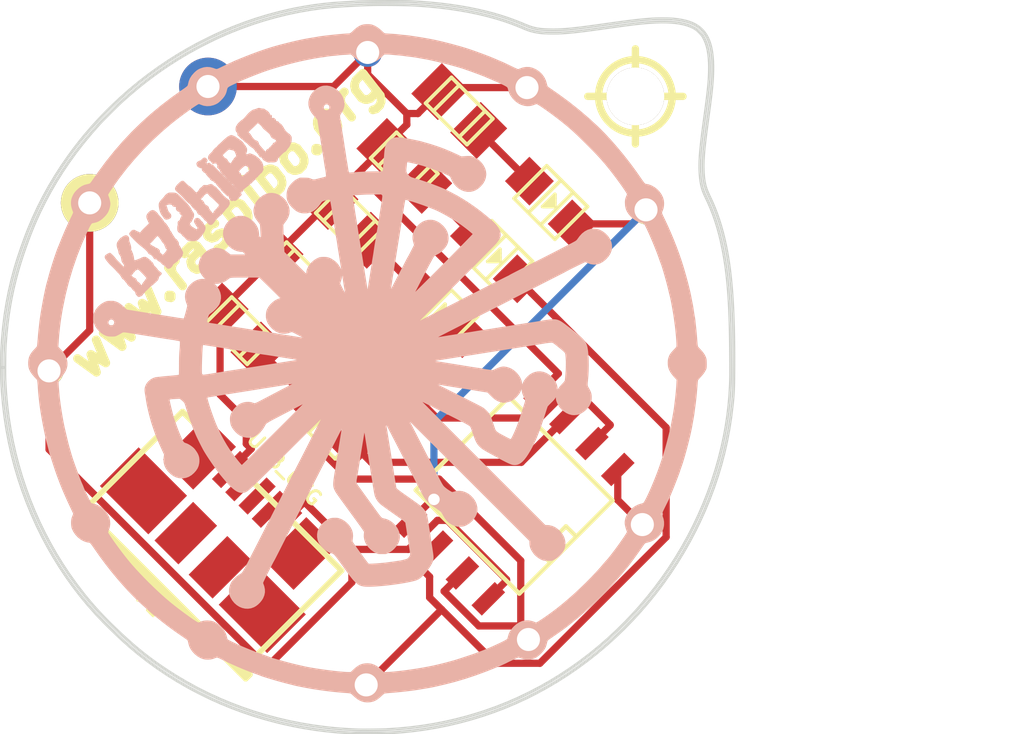
<source format=kicad_pcb>
(kicad_pcb (version 4) (host pcbnew 0.201509251832+6217~30~ubuntu14.04.1-product)
  (layers (0 F.Cu signal) (31 B.Cu signal) (34 B.Paste user) (35 F.Paste user) (36 B.SilkS user hide) (37 F.SilkS user) (38 B.Mask user) (39 F.Mask user) (44 Edge.Cuts user))
  (net 0 "")
  (net 1 GND)
  (net 2 "Net-(D4-Pad2)")
  (net 3 "Net-(D5-Pad2)")
  (net 4 VCC)
  (net 5 "Net-(D1-Pad1)")
  (net 6 "Net-(D2-Pad1)")
  (net 7 "Net-(D3-Pad1)")
  (net 8 "Net-(D4-Pad1)")
  (net 9 "Net-(D5-Pad1)")
  (net 10 /MOSI)
  (net 11 /MISO)
  (net 12 /SCK)
  (net 13 /RESET)
  (net 14 "Net-(P1-Pad2)")
  (net 15 "Net-(P1-Pad3)")
  (net 16 "Net-(P1-Pad4)")
  (module w_details:hole_1mm (layer F.Cu) (at 209.55 84.836)
    (fp_text reference P10 hide)
    (fp_text value CONN_01X01 hide)
    (pad 1 thru_hole circle (at 0 0) (size 1.00076 1.00076) (drill 0.8) (layers *.Cu F.SilkS) (net 13 /RESET))
  )
  (module w_details:hole_2mm (layer F.Cu) (at 209.3087 69.977)
    (fp_text reference hole_2mm hide)
    (fp_text value VAL** hide)
    (pad 1 thru_hole circle (at 0 0) (size 1.99898 1.99898) (drill 1.99898) (layers *.Cu F.SilkS))
  )
  (module w_details:hole_1mm (layer F.Cu) (at 199.974 90.3986)
    (fp_text reference P6 hide)
    (fp_text value CONN_01X01 hide)
    (pad 1 thru_hole circle (at 0 0) (size 1.00076 1.00076) (drill 0.8) (layers *.Cu F.SilkS) (net 11 /MISO))
  )
  (module w_details:hole_1mm (layer F.Cu) (at 205.6 88.8238)
    (fp_text reference P4 hide)
    (fp_text value CONN_01X01 hide)
    (pad 1 thru_hole circle (at 0 0) (size 1.00076 1.00076) (drill 0.8) (layers *.Cu F.SilkS) (net 12 /SCK))
  )
  (module w_details:hole_1mm (layer F.Cu) (at 211.061 79.2353)
    (fp_text reference P2 hide)
    (fp_text value CONN_01X01 hide)
  )
  (module w_details:hole_1mm (layer F.Cu) (at 209.677 73.914)
    (fp_text reference P5 hide)
    (fp_text value CONN_01X01 hide)
    (pad 1 thru_hole circle (at 0 0) (size 1.00076 1.00076) (drill 0.8) (layers *.Cu F.SilkS) (net 10 /MOSI))
  )
  (module w_details:hole_1mm (layer F.Cu) (at 205.5495 69.6722)
    (fp_text reference P3 hide)
    (fp_text value CONN_01X01 hide)
    (pad 1 thru_hole circle (at 0 0) (size 1.00076 1.00076) (drill 0.8) (layers *.Cu F.SilkS) (net 1 GND))
  )
  (module w_details:hole_1mm (layer F.Cu) (at 200.025 68.453)
    (fp_text reference P3 hide)
    (fp_text value CONN_01X01 hide)
    (pad 1 thru_hole circle (at 0 0) (size 1.00076 1.00076) (drill 0.8) (layers *.Cu) (net 1 GND))
  )
  (module w_details:hole_1mm (layer F.Cu) (at 194.4878 69.6341)
    (fp_text reference P3 hide)
    (fp_text value CONN_01X01 hide)
    (pad 1 thru_hole circle (at 0 0) (size 2 2) (drill 0.8) (layers *.Cu) (net 1 GND))
  )
  (module w_details:hole_1mm (layer F.Cu) (at 190.3857 73.6727)
    (fp_text reference P7 hide)
    (fp_text value CONN_01X01 hide)
    (pad 1 thru_hole circle (at 0 0) (size 2 2) (drill 0.8) (layers *.Cu F.SilkS) (net 4 VCC))
  )
  (module w_details:hole_1mm (layer F.Cu) (at 188.976 79.502)
    (fp_text reference P7 hide)
    (fp_text value CONN_01X01 hide)
    (pad 1 thru_hole circle (at 0 0) (size 1.00076 1.00076) (drill 0.8) (layers *.Cu F.SilkS) (net 4 VCC))
  )
  (module raspibo_logo:raspibo_logo (layer B.Cu) (at 200.025 79.375)
    (fp_text reference P9 hide)
    (fp_text value CONN_01X01 hide)
  )
  (module raspibo_logo:contorno (layer F.Cu) (at 200.025 79.375)
    (fp_text reference P8 hide)
    (fp_text value CONN_01X01 hide)
    (fp_poly (pts (xy 12.698962 -0.35167) (xy 12.698524 -0.019871) (xy 12.698025 0.083457) (xy 12.697202 0.21339) (xy 12.696229 0.330322) (xy 12.695039 0.435767) (xy 12.693568 0.531237) (xy 12.69175 0.618246) (xy 12.68952 0.698308) (xy 12.686813 0.772934) (xy 12.683563 0.84364) (xy 12.679706 0.911937) (xy 12.675176 0.97934) (xy 12.669907 1.047361) (xy 12.663836 1.117514) (xy 12.656895 1.191311) (xy 12.649022 1.270267) (xy 12.645322 1.306286) (xy 12.594491 1.727859) (xy 12.586537 1.779094) (xy 12.586537 0.070381) (xy 12.586346 -0.031066) (xy 12.585935 -0.139104) (xy 12.585313 -0.252411) (xy 12.584492 -0.369668) (xy 12.583482 -0.489553) (xy 12.582293 -0.610748) (xy 12.580935 -0.731932) (xy 12.57942 -0.851784) (xy 12.577756 -0.968984) (xy 12.575956 -1.082212) (xy 12.574028 -1.190148) (xy 12.571984 -1.291472) (xy 12.569834 -1.384862) (xy 12.569347 -1.404257) (xy 12.560667 -1.693809) (xy 12.54972 -1.969963) (xy 12.536415 -2.233672) (xy 12.520663 -2.485886) (xy 12.502373 -2.72756) (xy 12.481456 -2.959643) (xy 12.457821 -3.183089) (xy 12.431377 -3.39885) (xy 12.402036 -3.607877) (xy 12.369707 -3.811124) (xy 12.334299 -4.009541) (xy 12.311737 -4.125685) (xy 12.257569 -4.379455) (xy 12.198909 -4.621232) (xy 12.135092 -4.853026) (xy 12.065454 -5.076844) (xy 11.98933 -5.294696) (xy 11.906056 -5.508588) (xy 11.814967 -5.72053) (xy 11.715399 -5.932531) (xy 11.711048 -5.941413) (xy 11.66746 -6.036979) (xy 11.630436 -6.133374) (xy 11.599491 -6.23269) (xy 11.574139 -6.337016) (xy 11.553897 -6.448442) (xy 11.538279 -6.569061) (xy 11.526801 -6.70096) (xy 11.523733 -6.749143) (xy 11.519913 -6.829169) (xy 11.517753 -6.911353) (xy 11.517325 -6.99657) (xy 11.518698 -7.085694) (xy 11.521944 -7.179596) (xy 11.527132 -7.279153) (xy 11.534335 -7.385236) (xy 11.543622 -7.498721) (xy 11.555064 -7.620479) (xy 11.568732 -7.751386) (xy 11.584697 -7.892315) (xy 11.60303 -8.04414) (xy 11.6238 -8.207734) (xy 11.64708 -8.383971) (xy 11.669281 -8.547187) (xy 11.692554 -8.717111) (xy 11.713744 -8.873631) (xy 11.732953 -9.017692) (xy 11.750285 -9.150238) (xy 11.765841 -9.272215) (xy 11.779724 -9.384567) (xy 11.792036 -9.488239) (xy 11.802881 -9.584175) (xy 11.81236 -9.673321) (xy 11.820575 -9.756622) (xy 11.82763 -9.835021) (xy 11.833627 -9.909465) (xy 11.838668 -9.980897) (xy 11.842855 -10.050263) (xy 11.846292 -10.118507) (xy 11.84908 -10.186575) (xy 11.85004 -10.214038) (xy 11.853166 -10.398372) (xy 11.84978 -10.570157) (xy 11.839797 -10.729858) (xy 11.823129 -10.877939) (xy 11.799692 -11.014865) (xy 11.769399 -11.141102) (xy 11.732164 -11.257115) (xy 11.687902 -11.363368) (xy 11.636526 -11.460325) (xy 11.612682 -11.498578) (xy 11.587916 -11.532159) (xy 11.55466 -11.571147) (xy 11.515922 -11.61253) (xy 11.47471 -11.653296) (xy 11.434035 -11.690433) (xy 11.396903 -11.720928) (xy 11.375265 -11.7363) (xy 11.283158 -11.789551) (xy 11.181399 -11.836105) (xy 11.069655 -11.876005) (xy 10.94759 -11.909296) (xy 10.814871 -11.936022) (xy 10.671163 -11.956226) (xy 10.516132 -11.969954) (xy 10.349443 -11.977248) (xy 10.170761 -11.978153) (xy 9.979753 -11.972713) (xy 9.776083 -11.960973) (xy 9.707903 -11.95587) (xy 9.643405 -11.950599) (xy 9.578377 -11.944879) (xy 9.51184 -11.938589) (xy 9.44282 -11.931607) (xy 9.370337 -11.923813) (xy 9.293416 -11.915086) (xy 9.211081 -11.905305) (xy 9.122352 -11.894349) (xy 9.026255 -11.882097) (xy 8.921812 -11.868429) (xy 8.808047 -11.853222) (xy 8.683981 -11.836357) (xy 8.548639 -11.817712) (xy 8.401044 -11.797166) (xy 8.240219 -11.774599) (xy 8.215086 -11.771059) (xy 8.053725 -11.748433) (xy 7.905624 -11.727914) (xy 7.769701 -11.709379) (xy 7.644874 -11.692704) (xy 7.530062 -11.677764) (xy 7.424183 -11.664435) (xy 7.326154 -11.652594) (xy 7.234895 -11.642117) (xy 7.149323 -11.632878) (xy 7.068358 -11.624755) (xy 6.990915 -11.617624) (xy 6.915915 -11.611359) (xy 6.842276 -11.605838) (xy 6.768915 -11.600936) (xy 6.69475 -11.596529) (xy 6.691265 -11.596334) (xy 6.628435 -11.593611) (xy 6.557272 -11.591861) (xy 6.480372 -11.591043) (xy 6.400329 -11.591118) (xy 6.319741 -11.592044) (xy 6.241204 -11.59378) (xy 6.167312 -11.596286) (xy 6.100663 -11.599522) (xy 6.043853 -11.603447) (xy 6.007388 -11.607037) (xy 5.87396 -11.625932) (xy 5.752068 -11.649939) (xy 5.639466 -11.679604) (xy 5.533913 -11.715476) (xy 5.487407 -11.734086) (xy 5.450085 -11.749756) (xy 5.404222 -11.769027) (xy 5.354655 -11.789866) (xy 5.30622 -11.81024) (xy 5.286829 -11.8184) (xy 5.023354 -11.923034) (xy 4.747651 -12.020335) (xy 4.46006 -12.110229) (xy 4.160922 -12.192642) (xy 3.850578 -12.2675) (xy 3.529368 -12.33473) (xy 3.197633 -12.394256) (xy 2.855713 -12.446007) (xy 2.50395 -12.489906) (xy 2.142683 -12.525881) (xy 1.959429 -12.540811) (xy 1.863669 -12.547856) (xy 1.77383 -12.554017) (xy 1.688014 -12.559363) (xy 1.604322 -12.56396) (xy 1.520856 -12.567878) (xy 1.435719 -12.571185) (xy 1.347012 -12.573947) (xy 1.252837 -12.576234) (xy 1.151296 -12.578113) (xy 1.040491 -12.579652) (xy 0.918524 -12.580919) (xy 0.816429 -12.581748) (xy 0.679568 -12.582598) (xy 0.555003 -12.583008) (xy 0.440521 -12.582931) (xy 0.333909 -12.582321) (xy 0.232955 -12.58113) (xy 0.135445 -12.579313) (xy 0.039166 -12.576822) (xy -0.058094 -12.573612) (xy -0.158549 -12.569634) (xy -0.264411 -12.564843) (xy -0.377893 -12.559192) (xy -0.460828 -12.554819) (xy -0.525297 -12.551366) (xy -0.588901 -12.547976) (xy -0.649261 -12.544775) (xy -0.703995 -12.541889) (xy -0.750721 -12.539443) (xy -0.78706 -12.537562) (xy -0.805542 -12.536625) (xy -1.199834 -12.509799) (xy -1.595214 -12.468679) (xy -1.991141 -12.413391) (xy -2.387075 -12.344064) (xy -2.782475 -12.260825) (xy -3.176802 -12.163803) (xy -3.569515 -12.053125) (xy -3.960073 -11.928919) (xy -4.347936 -11.791312) (xy -4.732564 -11.640433) (xy -4.909457 -11.566092) (xy -5.112277 -11.476396) (xy -5.322305 -11.37851) (xy -5.536147 -11.274163) (xy -5.750415 -11.165083) (xy -5.961717 -11.052998) (xy -6.166663 -10.939638) (xy -6.361862 -10.82673) (xy -6.374151 -10.819436) (xy -6.657217 -10.646688) (xy -6.931133 -10.470247) (xy -7.197805 -10.288699) (xy -7.459139 -10.100627) (xy -7.717043 -9.904615) (xy -7.973422 -9.699249) (xy -8.230182 -9.483111) (xy -8.489232 -9.254787) (xy -8.527127 -9.220557) (xy -8.564317 -9.186203) (xy -8.610121 -9.142816) (xy -8.663099 -9.091834) (xy -8.721814 -9.034693) (xy -8.784828 -8.972832) (xy -8.850701 -8.907687) (xy -8.917995 -8.840697) (xy -8.985273 -8.773298) (xy -9.051096 -8.706928) (xy -9.114025 -8.643024) (xy -9.172623 -8.583025) (xy -9.225451 -8.528366) (xy -9.27107 -8.480487) (xy -9.308042 -8.440824) (xy -9.315367 -8.4328) (xy -9.596288 -8.114013) (xy -9.863391 -7.791443) (xy -10.116993 -7.464608) (xy -10.357411 -7.133025) (xy -10.58496 -6.796213) (xy -10.799957 -6.453689) (xy -11.002719 -6.104971) (xy -11.193562 -5.749577) (xy -11.372802 -5.387025) (xy -11.508327 -5.090885) (xy -11.57822 -4.928315) (xy -11.649553 -4.754088) (xy -11.721373 -4.570861) (xy -11.792727 -4.381291) (xy -11.862662 -4.188038) (xy -11.930226 -3.99376) (xy -11.994465 -3.801113) (xy -12.054425 -3.612756) (xy -12.109155 -3.431347) (xy -12.13282 -3.349171) (xy -12.215259 -3.043081) (xy -12.288908 -2.737467) (xy -12.354087 -2.430437) (xy -12.411113 -2.120097) (xy -12.460306 -1.804555) (xy -12.501983 -1.481916) (xy -12.536464 -1.15029) (xy -12.564068 -0.807782) (xy -12.56646 -0.772885) (xy -12.56955 -0.718194) (xy -12.57236 -0.650925) (xy -12.574874 -0.573008) (xy -12.577074 -0.486379) (xy -12.578944 -0.392969) (xy -12.580467 -0.294711) (xy -12.581625 -0.193538) (xy -12.582403 -0.091384) (xy -12.582782 0.00982) (xy -12.582747 0.108141) (xy -12.582279 0.201644) (xy -12.581362 0.288399) (xy -12.57998 0.366471) (xy -12.578115 0.433928) (xy -12.577242 0.4572) (xy -12.552607 0.886706) (xy -12.514069 1.313806) (xy -12.461758 1.738149) (xy -12.395804 2.15938) (xy -12.316337 2.577147) (xy -12.223489 2.991096) (xy -12.117388 3.400875) (xy -11.998166 3.806129) (xy -11.865952 4.206506) (xy -11.720877 4.601653) (xy -11.563071 4.991216) (xy -11.392665 5.374841) (xy -11.209788 5.752177) (xy -11.014572 6.122869) (xy -10.807145 6.486565) (xy -10.587639 6.842911) (xy -10.356183 7.191553) (xy -10.112908 7.53214) (xy -9.857945 7.864317) (xy -9.835128 7.892914) (xy -9.724169 8.029744) (xy -9.614625 8.160998) (xy -9.504941 8.288355) (xy -9.393561 8.413497) (xy -9.278927 8.538102) (xy -9.159484 8.663851) (xy -9.033676 8.792423) (xy -8.899945 8.925498) (xy -8.756737 9.064757) (xy -8.69188 9.126934) (xy -8.518141 9.290899) (xy -8.351116 9.444391) (xy -8.189121 9.58877) (xy -8.030466 9.725398) (xy -7.873467 9.855637) (xy -7.716437 9.980848) (xy -7.557688 10.102393) (xy -7.395535 10.221633) (xy -7.22829 10.33993) (xy -7.054267 10.458645) (xy -6.985 10.50482) (xy -6.631804 10.730148) (xy -6.271017 10.943193) (xy -5.90295 11.143845) (xy -5.527918 11.331994) (xy -5.146231 11.50753) (xy -4.758204 11.670342) (xy -4.364148 11.82032) (xy -3.964377 11.957356) (xy -3.559202 12.081337) (xy -3.148938 12.192155) (xy -2.733897 12.289699) (xy -2.314391 12.37386) (xy -1.890733 12.444526) (xy -1.463235 12.501589) (xy -1.2446 12.52534) (xy -1.136423 12.535519) (xy -1.01834 12.54543) (xy -0.893826 12.554847) (xy -0.766361 12.563546) (xy -0.63942 12.571302) (xy -0.51648 12.577889) (xy -0.40102 12.583083) (xy -0.297542 12.58663) (xy -0.256699 12.587404) (xy -0.203504 12.587863) (xy -0.140036 12.588027) (xy -0.068375 12.587919) (xy 0.009398 12.58756) (xy 0.091205 12.586973) (xy 0.174966 12.586179) (xy 0.258601 12.5852) (xy 0.34003 12.584058) (xy 0.417174 12.582775) (xy 0.487953 12.581372) (xy 0.550287 12.579872) (xy 0.602097 12.578296) (xy 0.638629 12.5768) (xy 1.059147 12.549797) (xy 1.472537 12.510528) (xy 1.879685 12.458828) (xy 2.281478 12.394532) (xy 2.678804 12.317473) (xy 3.072551 12.227487) (xy 3.463605 12.124408) (xy 3.852853 12.008069) (xy 4.074886 11.935549) (xy 4.461879 11.797612) (xy 4.844054 11.646082) (xy 5.221117 11.481158) (xy 5.592776 11.303037) (xy 5.958737 11.111919) (xy 6.318705 10.908001) (xy 6.672388 10.691482) (xy 7.019491 10.462559) (xy 7.359721 10.221433) (xy 7.692785 9.9683) (xy 8.018388 9.703359) (xy 8.336237 9.426809) (xy 8.646038 9.138847) (xy 8.947498 8.839672) (xy 9.240323 8.529484) (xy 9.427408 8.320315) (xy 9.70216 7.995826) (xy 9.965886 7.662749) (xy 10.218359 7.321544) (xy 10.459352 6.972666) (xy 10.688638 6.616573) (xy 10.90599 6.253723) (xy 11.111182 5.884574) (xy 11.303987 5.509582) (xy 11.484178 5.129205) (xy 11.651528 4.7439) (xy 11.80581 4.354126) (xy 11.946798 3.960339) (xy 12.074264 3.562996) (xy 12.187982 3.162556) (xy 12.287726 2.759476) (xy 12.365353 2.394857) (xy 12.429906 2.039311) (xy 12.483029 1.686788) (xy 12.525058 1.334262) (xy 12.556329 0.978706) (xy 12.577181 0.617095) (xy 12.583819 0.432559) (xy 12.584887 0.383866) (xy 12.585682 0.321981) (xy 12.586215 0.248225) (xy 12.586497 0.163918) (xy 12.586537 0.070381) (xy 12.586537 1.779094) (xy 12.529579 2.145991) (xy 12.450576 2.560711) (xy 12.357474 2.972051) (xy 12.250262 3.38004) (xy 12.128932 3.78471) (xy 11.993476 4.186091) (xy 11.843883 4.584212) (xy 11.680146 4.979106) (xy 11.502255 5.370801) (xy 11.360511 5.660572) (xy 11.161928 6.038905) (xy 10.951619 6.409731) (xy 10.729895 6.772763) (xy 10.497062 7.127716) (xy 10.253428 7.474303) (xy 9.999303 7.812236) (xy 9.734993 8.141231) (xy 9.460807 8.461) (xy 9.177053 8.771256) (xy 8.88404 9.071714) (xy 8.582074 9.362087) (xy 8.271464 9.642088) (xy 7.952519 9.91143) (xy 7.625546 10.169829) (xy 7.290854 10.416996) (xy 6.94875 10.652645) (xy 6.599542 10.876491) (xy 6.24354 11.088246) (xy 5.88105 11.287624) (xy 5.51238 11.474338) (xy 5.13784 11.648103) (xy 4.757736 11.808631) (xy 4.742543 11.814723) (xy 4.357361 11.961211) (xy 3.965482 12.095155) (xy 3.567903 12.216315) (xy 3.16562 12.324456) (xy 2.75963 12.41934) (xy 2.35093 12.500728) (xy 1.940515 12.568384) (xy 1.529384 12.622071) (xy 1.226458 12.652561) (xy 1.142731 12.659869) (xy 1.067591 12.666271) (xy 0.999403 12.671832) (xy 0.936532 12.676617) (xy 0.877344 12.68069) (xy 0.820204 12.684116) (xy 0.763478 12.686958) (xy 0.70553 12.689282) (xy 0.644727 12.691152) (xy 0.579433 12.692633) (xy 0.508015 12.693788) (xy 0.428838 12.694683) (xy 0.340266 12.695382) (xy 0.240666 12.69595) (xy 0.128403 12.69645) (xy 0.112486 12.696515) (xy -0.01202 12.696924) (xy -0.12307 12.69708) (xy -0.221719 12.696972) (xy -0.309022 12.69659) (xy -0.386036 12.695923) (xy -0.453815 12.69496) (xy -0.513415 12.693691) (xy -0.565892 12.692104) (xy -0.612302 12.690188) (xy -0.638628 12.688823) (xy -1.040613 12.660752) (xy -1.434419 12.622115) (xy -1.822143 12.572597) (xy -2.20588 12.511884) (xy -2.587728 12.439661) (xy -2.969781 12.355614) (xy -3.1496 12.312041) (xy -3.55786 12.203123) (xy -3.960956 12.081326) (xy -4.358505 11.946853) (xy -4.750121 11.799906) (xy -5.135422 11.640689) (xy -5.514025 11.469405) (xy -5.885544 11.286258) (xy -6.249596 11.091449) (xy -6.605798 10.885183) (xy -6.953766 10.667663) (xy -7.293117 10.439091) (xy -7.623465 10.199671) (xy -7.944429 9.949606) (xy -8.255623 9.689098) (xy -8.476342 9.492509) (xy -8.528109 9.444722) (xy -8.588038 9.388623) (xy -8.654171 9.326102) (xy -8.724546 9.259048) (xy -8.797206 9.189351) (xy -8.870188 9.1189) (xy -8.941535 9.049586) (xy -9.009285 8.983297) (xy -9.071479 8.921923) (xy -9.126157 8.867354) (xy -9.154885 8.838314) (xy -9.431333 8.546899) (xy -9.698682 8.244403) (xy -9.956617 7.931299) (xy -10.204824 7.608062) (xy -10.442986 7.275167) (xy -10.670789 6.933086) (xy -10.887918 6.582293) (xy -11.094056 6.223264) (xy -11.28889 5.856471) (xy -11.472104 5.482388) (xy -11.643383 5.10149) (xy -11.649493 5.087257) (xy -11.813881 4.685361) (xy -11.96453 4.278854) (xy -12.101394 3.867949) (xy -12.224423 3.452858) (xy -12.333571 3.033792) (xy -12.428789 2.610963) (xy -12.510028 2.184583) (xy -12.577242 1.754865) (xy -12.630381 1.322019) (xy -12.669398 0.886259) (xy -12.692635 0.486331) (xy -12.694617 0.429931) (xy -12.696274 0.361492) (xy -12.697604 0.283209) (xy -12.698608 0.197278) (xy -12.699286 0.105894) (xy -12.699637 0.011254) (xy -12.699661 -0.084447) (xy -12.699358 -0.179014) (xy -12.698727 -0.27025) (xy -12.697769 -0.35596) (xy -12.696484 -0.433948) (xy -12.69487 -0.502019) (xy -12.692928 -0.557976) (xy -12.692734 -0.562428) (xy -12.666976 -0.987649) (xy -12.627918 -1.407651) (xy -12.575582 -1.822286) (xy -12.509994 -2.231409) (xy -12.431178 -2.634873) (xy -12.339157 -3.032532) (xy -12.233958 -3.42424) (xy -12.191379 -3.568692) (xy -12.153097 -3.692319) (xy -12.109929 -3.82616) (xy -12.062937 -3.967191) (xy -12.013185 -4.112386) (xy -11.961735 -4.258721) (xy -11.90965 -4.403171) (xy -11.857991 -4.542711) (xy -11.807823 -4.674315) (xy -11.763284 -4.787311) (xy -11.60257 -5.16819) (xy -11.428791 -5.543057) (xy -11.241869 -5.912052) (xy -11.041722 -6.275317) (xy -10.828271 -6.632993) (xy -10.601435 -6.985222) (xy -10.361135 -7.332145) (xy -10.180289 -7.577991) (xy -9.976283 -7.841341) (xy -9.766303 -8.097867) (xy -9.548626 -8.349519) (xy -9.321526 -8.598245) (xy -9.083279 -8.845997) (xy -8.878529 -9.049657) (xy -8.571428 -9.339547) (xy -8.254998 -9.61905) (xy -7.929696 -9.887924) (xy -7.595981 -10.145924) (xy -7.254311 -10.392806) (xy -6.905144 -10.628325) (xy -6.54894 -10.852238) (xy -6.186157 -11.0643) (xy -5.817253 -11.264268) (xy -5.442687 -11.451897) (xy -5.062917 -11.626943) (xy -4.678401 -11.789162) (xy -4.289598 -11.938311) (xy -3.896967 -12.074144) (xy -3.500966 -12.196417) (xy -3.102053 -12.304887) (xy -2.700687 -12.39931) (xy -2.5146 -12.438113) (xy -2.182175 -12.499937) (xy -1.852254 -12.551718) (xy -1.521486 -12.59387) (xy -1.186522 -12.626803) (xy -0.84401 -12.650929) (xy -0.7366 -12.656644) (xy -0.678447 -12.659648) (xy -0.611144 -12.663347) (xy -0.540023 -12.667436) (xy -0.470413 -12.671606) (xy -0.407645 -12.675551) (xy -0.402771 -12.675868) (xy -0.363301 -12.67793) (xy -0.31063 -12.679882) (xy -0.246069 -12.681719) (xy -0.170931 -12.683432) (xy -0.086529 -12.685015) (xy 0.005826 -12.686461) (xy 0.10482 -12.687762) (xy 0.209142 -12.688913) (xy 0.317479 -12.689905) (xy 0.428519 -12.690733) (xy 0.54095 -12.691388) (xy 0.653458 -12.691864) (xy 0.764733 -12.692154) (xy 0.873461 -12.692251) (xy 0.978331 -12.692147) (xy 1.078029 -12.691837) (xy 1.171244 -12.691313) (xy 1.256663 -12.690567) (xy 1.332974 -12.689594) (xy 1.398864 -12.688385) (xy 1.453021 -12.686935) (xy 1.480458 -12.685897) (xy 1.840326 -12.665951) (xy 2.196557 -12.637994) (xy 2.547276 -12.602233) (xy 2.890608 -12.558881) (xy 3.224678 -12.508146) (xy 3.497943 -12.459755) (xy 3.784219 -12.402046) (xy 4.058678 -12.339375) (xy 4.323351 -12.271139) (xy 4.580268 -12.196731) (xy 4.831457 -12.115547) (xy 5.078949 -12.026981) (xy 5.324773 -11.930427) (xy 5.452986 -11.876704) (xy 5.54195 -11.840049) (xy 5.625312 -11.808974) (xy 5.705393 -11.783026) (xy 5.784512 -11.761757) (xy 5.864988 -11.744714) (xy 5.949143 -11.731449) (xy 6.039295 -11.721509) (xy 6.137765 -11.714445) (xy 6.246872 -11.709805) (xy 6.32194 -11.707928) (xy 6.398127 -11.706888) (xy 6.473814 -11.706832) (xy 6.549927 -11.707847) (xy 6.627394 -11.710023) (xy 6.707142 -11.713446) (xy 6.790098 -11.718203) (xy 6.87719 -11.724384) (xy 6.969346 -11.732074) (xy 7.067492 -11.741363) (xy 7.172556 -11.752337) (xy 7.285465 -11.765084) (xy 7.407147 -11.779692) (xy 7.538528 -11.796249) (xy 7.680537 -11.814842) (xy 7.834101 -11.835559) (xy 8.000147 -11.858488) (xy 8.17564 -11.883155) (xy 8.339211 -11.906241) (xy 8.489498 -11.927289) (xy 8.627573 -11.946426) (xy 8.754504 -11.963779) (xy 8.871361 -11.979475) (xy 8.979213 -11.993641) (xy 9.07913 -12.006405) (xy 9.172181 -12.017892) (xy 9.259435 -12.028232) (xy 9.341963 -12.037549) (xy 9.420832 -12.045973) (xy 9.497114 -12.053629) (xy 9.571877 -12.060646) (xy 9.64619 -12.067149) (xy 9.721123 -12.073266) (xy 9.797746 -12.079125) (xy 9.866086 -12.084073) (xy 9.924493 -12.087385) (xy 9.992789 -12.089883) (xy 10.068407 -12.091579) (xy 10.14878 -12.092489) (xy 10.231342 -12.092625) (xy 10.313527 -12.092) (xy 10.392767 -12.090629) (xy 10.466496 -12.088525) (xy 10.532149 -12.085702) (xy 10.587158 -12.082173) (xy 10.609943 -12.08014) (xy 10.761604 -12.061864) (xy 10.900361 -12.038753) (xy 11.027113 -12.010461) (xy 11.142759 -11.976642) (xy 11.248198 -11.93695) (xy 11.34433 -11.891038) (xy 11.432052 -11.838561) (xy 11.512265 -11.77917) (xy 11.585867 -11.712521) (xy 11.599112 -11.699076) (xy 11.668759 -11.618943) (xy 11.730876 -11.530032) (xy 11.785565 -11.431934) (xy 11.832925 -11.324241) (xy 11.873058 -11.206545) (xy 11.906065 -11.078438) (xy 11.932045 -10.93951) (xy 11.951101 -10.789354) (xy 11.963332 -10.627561) (xy 11.96884 -10.453723) (xy 11.967724 -10.26743) (xy 11.966169 -10.2108) (xy 11.963739 -10.143362) (xy 11.960731 -10.076262) (xy 11.957044 -10.008572) (xy 11.952578 -9.939366) (xy 11.947232 -9.867715) (xy 11.940906 -9.792692) (xy 11.9335 -9.71337) (xy 11.924913 -9.628819) (xy 11.915045 -9.538114) (xy 11.903795 -9.440326) (xy 11.891063 -9.334527) (xy 11.876748 -9.219791) (xy 11.860751 -9.095189) (xy 11.842971 -8.959794) (xy 11.823307 -8.812678) (xy 11.801659 -8.652913) (xy 11.781969 -8.509) (xy 11.757207 -8.326395) (xy 11.734939 -8.157167) (xy 11.715093 -8.000408) (xy 11.697596 -7.85521) (xy 11.682375 -7.720665) (xy 11.669357 -7.595863) (xy 11.658471 -7.479897) (xy 11.649642 -7.371859) (xy 11.642799 -7.27084) (xy 11.637868 -7.175932) (xy 11.634778 -7.086227) (xy 11.633454 -7.000817) (xy 11.633825 -6.918792) (xy 11.635818 -6.839246) (xy 11.63936 -6.761269) (xy 11.64048 -6.741885) (xy 11.649053 -6.625384) (xy 11.660422 -6.520346) (xy 11.675322 -6.423866) (xy 11.694492 -6.33304) (xy 11.718667 -6.244964) (xy 11.748584 -6.156732) (xy 11.78498 -6.065441) (xy 11.828591 -5.968185) (xy 11.845945 -5.931681) (xy 11.939928 -5.728589) (xy 12.026063 -5.525563) (xy 12.105109 -5.320367) (xy 12.177827 -5.110765) (xy 12.244975 -4.894521) (xy 12.307314 -4.6694) (xy 12.365604 -4.433166) (xy 12.386906 -4.339771) (xy 12.423696 -4.167009) (xy 12.457992 -3.989228) (xy 12.489831 -3.805887) (xy 12.519251 -3.616442) (xy 12.546291 -3.420353) (xy 12.570988 -3.217076) (xy 12.593381 -3.006071) (xy 12.613508 -2.786794) (xy 12.631406 -2.558705) (xy 12.647115 -2.32126) (xy 12.660672 -2.073918) (xy 12.672115 -1.816137) (xy 12.681483 -1.547374) (xy 12.688814 -1.267088) (xy 12.694145 -0.974737) (xy 12.697515 -0.669778) (xy 12.698962 -0.35167) (xy 12.698962 -0.35167)) (layer Edge.Cuts) (width 0.1))
  )
  (module w_smd_leds:Led_0805 (layer F.Cu) (at 206.375 73.66 315)
    (fp_text reference D1 hide)
    (fp_text value LED hide)
    (pad 1 smd rect (at -1.04902 0 315) (size 1.19888 1.19888) (layers F.Cu F.Paste F.Mask) (net 5 "Net-(D1-Pad1)"))
    (pad 2 smd rect (at 1.04902 0 315) (size 1.19888 1.19888) (layers F.Cu F.Paste F.Mask) (net 10 /MOSI))
  )
  (module w_smd_leds:Led_0805 (layer F.Cu) (at 204.47 75.565 315)
    (fp_text reference D2 hide)
    (fp_text value LED hide)
    (pad 1 smd rect (at -1.04902 0 315) (size 1.19888 1.19888) (layers F.Cu F.Paste F.Mask) (net 6 "Net-(D2-Pad1)"))
    (pad 2 smd rect (at 1.04902 0 315) (size 1.19888 1.19888) (layers F.Cu F.Paste F.Mask) (net 11 /MISO))
  )
  (module w_smd_leds:Led_0805 (layer F.Cu) (at 202.565 77.47 315)
    (fp_text reference D3 hide)
    (fp_text value LED hide)
    (pad 1 smd rect (at -1.04902 0 315) (size 1.19888 1.19888) (layers F.Cu F.Paste F.Mask) (net 7 "Net-(D3-Pad1)"))
    (pad 2 smd rect (at 1.04902 0 315) (size 1.19888 1.19888) (layers F.Cu F.Paste F.Mask) (net 12 /SCK))
  )
  (module w_smd_leds:Led_0805 (layer F.Cu) (at 200.66 79.375 315)
    (fp_text reference D4 (at 0 -1.651 315) (layer F.SilkS) (effects (font (size 0.8001 0.8001) (thickness 0.14986))))
    (fp_text value LED hide)
    (pad 1 smd rect (at -1.04902 0 315) (size 1.19888 1.19888) (layers F.Cu F.Paste F.Mask) (net 8 "Net-(D4-Pad1)"))
    (pad 2 smd rect (at 1.04902 0 315) (size 1.19888 1.19888) (layers F.Cu F.Paste F.Mask) (net 2 "Net-(D4-Pad2)"))
  )
  (module w_smd_leds:Led_0805 (layer F.Cu) (at 198.755 81.28 315)
    (fp_text reference D5 hide)
    (fp_text value LED hide)
    (pad 1 smd rect (at -1.04902 0 315) (size 1.19888 1.19888) (layers F.Cu F.Paste F.Mask) (net 9 "Net-(D5-Pad1)"))
    (pad 2 smd rect (at 1.04902 0 315) (size 1.19888 1.19888) (layers F.Cu F.Paste F.Mask) (net 3 "Net-(D5-Pad2)"))
  )
  (module SMD_Packages:SOIC-8-N (layer F.Cu) (at 205.105 83.82 135)
    (fp_text reference IC1 hide)
    (fp_text value ATTINY85-S hide)
    (pad 8 smd rect (at -1.905 -3.175 135) (size 0.508 1.143) (layers F.Cu F.Paste F.Mask) (net 4 VCC))
    (pad 7 smd rect (at -0.635 -3.175 135) (size 0.508 1.143) (layers F.Cu F.Paste F.Mask) (net 12 /SCK))
    (pad 6 smd rect (at 0.635 -3.175 135) (size 0.508 1.143) (layers F.Cu F.Paste F.Mask) (net 11 /MISO))
    (pad 5 smd rect (at 1.905 -3.175 135) (size 0.508 1.143) (layers F.Cu F.Paste F.Mask) (net 10 /MOSI))
    (pad 4 smd rect (at 1.905 3.175 135) (size 0.508 1.143) (layers F.Cu F.Paste F.Mask) (net 1 GND))
    (pad 3 smd rect (at 0.635 3.175 135) (size 0.508 1.143) (layers F.Cu F.Paste F.Mask) (net 3 "Net-(D5-Pad2)"))
    (pad 2 smd rect (at -0.635 3.175 135) (size 0.508 1.143) (layers F.Cu F.Paste F.Mask) (net 2 "Net-(D4-Pad2)"))
    (pad 1 smd rect (at -1.905 3.175 135) (size 0.508 1.143) (layers F.Cu F.Paste F.Mask) (net 13 /RESET))
  )
  (module w_smd_resistors:r_0805 (layer F.Cu) (at 203.2 70.485 135)
    (fp_text reference R1 hide)
    (fp_text value R hide)
    (pad 1 smd rect (at 0.9525 0 135) (size 1.30048 1.4986) (layers F.Cu F.Paste F.Mask) (net 1 GND))
    (pad 2 smd rect (at -0.9525 0 135) (size 1.30048 1.4986) (layers F.Cu F.Paste F.Mask) (net 5 "Net-(D1-Pad1)"))
  )
  (module w_smd_resistors:r_0805 (layer F.Cu) (at 201.295 72.39 135)
    (fp_text reference R2 hide)
    (fp_text value R hide)
    (pad 1 smd rect (at 0.9525 0 135) (size 1.30048 1.4986) (layers F.Cu F.Paste F.Mask) (net 1 GND))
    (pad 2 smd rect (at -0.9525 0 135) (size 1.30048 1.4986) (layers F.Cu F.Paste F.Mask) (net 6 "Net-(D2-Pad1)"))
  )
  (module w_smd_resistors:r_0805 (layer F.Cu) (at 199.39 74.295 135)
    (fp_text reference R3 hide)
    (fp_text value R hide)
    (pad 1 smd rect (at 0.9525 0 135) (size 1.30048 1.4986) (layers F.Cu F.Paste F.Mask) (net 1 GND))
    (pad 2 smd rect (at -0.9525 0 135) (size 1.30048 1.4986) (layers F.Cu F.Paste F.Mask) (net 7 "Net-(D3-Pad1)"))
  )
  (module w_smd_resistors:r_0805 (layer F.Cu) (at 197.485 76.2 135)
    (fp_text reference R4 hide)
    (fp_text value R hide)
    (pad 1 smd rect (at 0.9525 0 135) (size 1.30048 1.4986) (layers F.Cu F.Paste F.Mask) (net 1 GND))
    (pad 2 smd rect (at -0.9525 0 135) (size 1.30048 1.4986) (layers F.Cu F.Paste F.Mask) (net 8 "Net-(D4-Pad1)"))
  )
  (module w_smd_resistors:r_0805 (layer F.Cu) (at 195.58 78.105 135)
    (fp_text reference R5 hide)
    (fp_text value R hide)
    (pad 1 smd rect (at 0.9525 0 135) (size 1.30048 1.4986) (layers F.Cu F.Paste F.Mask) (net 1 GND))
    (pad 2 smd rect (at -0.9525 0 135) (size 1.30048 1.4986) (layers F.Cu F.Paste F.Mask) (net 9 "Net-(D5-Pad1)"))
  )
  (module w_conn_pc:conn_usb_B_micro_smd (layer F.Cu) (at 194.31 85.725 315)
    (fp_text reference P1 (at 0 2.60096 315) (layer F.SilkS) (effects (font (size 0.50038 0.50038) (thickness 0.09906))))
    (fp_text value USB_OTG (at 0 -4.0005 315) (layer F.SilkS) (effects (font (size 0.50038 0.50038) (thickness 0.09906))))
    (pad "" smd rect (at -0.8382 0 315) (size 1.17348 1.89738) (layers F.Cu F.Paste F.Mask))
    (pad "" smd rect (at 0.8382 0 315) (size 1.17348 1.89738) (layers F.Cu F.Paste F.Mask))
    (pad "" smd rect (at 2.91338 0 315) (size 2.3749 1.89738) (layers F.Cu F.Paste F.Mask))
    (pad "" smd rect (at -2.91338 0 315) (size 2.3749 1.89738) (layers F.Cu F.Paste F.Mask))
    (pad "" smd rect (at 2.46126 -2.2987 315) (size 1.4732 2.10058) (layers F.Cu F.Paste F.Mask))
    (pad "" smd rect (at -2.46126 -2.2987 315) (size 1.4732 2.10058) (layers F.Cu F.Paste F.Mask))
    (pad 1 smd rect (at -1.30048 -2.65938 315) (size 0.44958 1.37922) (layers F.Cu F.Paste F.Mask) (net 4 VCC))
    (pad 2 smd rect (at -0.65024 -2.65938 315) (size 0.44958 1.37922) (layers F.Cu F.Paste F.Mask) (net 14 "Net-(P1-Pad2)"))
    (pad 3 smd rect (at 0 -2.65938 315) (size 0.44958 1.37922) (layers F.Cu F.Paste F.Mask) (net 15 "Net-(P1-Pad3)"))
    (pad 4 smd rect (at 0.65024 -2.65938 315) (size 0.44958 1.37922) (layers F.Cu F.Paste F.Mask) (net 16 "Net-(P1-Pad4)"))
    (pad 5 smd rect (at 1.30048 -2.65938 315) (size 0.44958 1.37922) (layers F.Cu F.Paste F.Mask) (net 1 GND))
  )
  (gr_text www.raspibo.org (at 195.072 74.3331 45) (layer F.SilkS) (effects (font (size 1.2 1.2) (thickness 0.3) italic)))
  (segment (start 205.5495 69.6722) (end 202.665762 69.6722) (width 0.25) (layer F.Cu) (net 1))
  (segment (start 202.665762 69.6722) (end 202.526481 69.811481) (width 0.25) (layer F.Cu) (net 1))
  (segment (start 194.4878 69.6341) (end 198.8439 69.6341) (width 0.25) (layer F.Cu) (net 1))
  (segment (start 198.8439 69.6341) (end 200.025 68.453) (width 0.25) (layer F.Cu) (net 1))
  (segment (start 196.8115 75.5265) (end 196.0517 76.2863) (width 0.25) (layer F.Cu) (net 1))
  (segment (start 194.9065 80.3252) (end 194.9065 77.4315) (width 0.25) (layer F.Cu) (net 1))
  (segment (start 195.8155 81.2342) (end 194.9065 80.3252) (width 0.25) (layer F.Cu) (net 1))
  (segment (start 195.8155 82.034) (end 195.8155 81.2342) (width 0.25) (layer F.Cu) (net 1))
  (segment (start 194.9065 77.4315) (end 196.0517 76.2863) (width 0.25) (layer F.Cu) (net 1))
  (segment (start 202.5265 69.8115) (end 201.7667 70.5713) (width 0.25) (layer F.Cu) (net 1))
  (segment (start 201.3813 70.9566) (end 201.3814 70.9566) (width 0.25) (layer F.Cu) (net 1))
  (segment (start 201.3813 70.5713) (end 201.3813 70.9566) (width 0.25) (layer F.Cu) (net 1))
  (segment (start 200.025 69.215) (end 201.3813 70.5713) (width 0.25) (layer F.Cu) (net 1))
  (segment (start 200.025 68.453) (end 200.025 69.215) (width 0.25) (layer F.Cu) (net 1))
  (segment (start 201.7666 70.5713) (end 201.7667 70.5713) (width 0.25) (layer F.Cu) (net 1))
  (segment (start 201.3813 70.5713) (end 201.7666 70.5713) (width 0.25) (layer F.Cu) (net 1))
  (segment (start 201.3813 70.9567) (end 201.3814 70.9566) (width 0.25) (layer F.Cu) (net 1))
  (segment (start 200.6215 71.7165) (end 201.3813 70.9567) (width 0.25) (layer F.Cu) (net 1))
  (segment (start 200.6215 71.7165) (end 199.8617 72.4763) (width 0.25) (layer F.Cu) (net 1))
  (segment (start 196.8115 75.5265) (end 198.7165 73.6215) (width 0.25) (layer F.Cu) (net 1))
  (segment (start 206.003 80.2279) (end 206.6371 79.5938) (width 0.25) (layer F.Cu) (net 1))
  (segment (start 199.6907 72.6473) (end 206.6371 79.5938) (width 0.25) (layer F.Cu) (net 1))
  (segment (start 198.7165 73.6215) (end 199.6907 72.6473) (width 0.25) (layer F.Cu) (net 1))
  (segment (start 199.6907 72.6473) (end 199.8617 72.4763) (width 0.25) (layer F.Cu) (net 1))
  (segment (start 197.1101 84.7641) (end 197.8279 84.0463) (width 0.25) (layer F.Cu) (net 1))
  (segment (start 199.478 85.6965) (end 197.8279 84.0463) (width 0.25) (layer F.Cu) (net 1))
  (segment (start 195.9887 82.2071) (end 195.8155 82.034) (width 0.25) (layer F.Cu) (net 1))
  (segment (start 199.478 85.6965) (end 201.4355 85.6965) (width 0.25) (layer F.Cu) (net 1))
  (segment (start 199.478 86.8379) (end 199.478 85.6965) (width 0.25) (layer F.Cu) (net 1))
  (segment (start 196.6689 89.647) (end 199.478 86.8379) (width 0.25) (layer F.Cu) (net 1))
  (segment (start 196.3953 89.647) (end 196.6689 89.647) (width 0.25) (layer F.Cu) (net 1))
  (segment (start 188.976 82.2277) (end 196.3953 89.647) (width 0.25) (layer F.Cu) (net 1))
  (segment (start 201.4355 85.6965) (end 202.4422 84.6898) (width 0.25) (layer F.Cu) (net 1))
  (segment (start 202.4422 84.6898) (end 202.7889 84.6898) (width 0.25) (layer F.Cu) (net 1))
  (segment (start 202.7889 84.6898) (end 204.8411 86.742) (width 0.25) (layer F.Cu) (net 1))
  (segment (start 204.8411 86.742) (end 204.8411 86.778) (width 0.25) (layer F.Cu) (net 1))
  (segment (start 202.423 81.138) (end 201.4018 80.1168) (width 0.25) (layer F.Cu) (net 2))
  (segment (start 205.9909 81.138) (end 202.423 81.138) (width 0.25) (layer F.Cu) (net 2))
  (segment (start 206.9572 80.1717) (end 205.9909 81.138) (width 0.25) (layer F.Cu) (net 2))
  (segment (start 207.2315 80.1717) (end 206.9572 80.1717) (width 0.25) (layer F.Cu) (net 2))
  (segment (start 208.4332 81.3734) (end 207.2315 80.1717) (width 0.25) (layer F.Cu) (net 2))
  (segment (start 208.4332 81.3898) (end 208.4332 81.3734) (width 0.25) (layer F.Cu) (net 2))
  (segment (start 207.7991 82.0239) (end 208.4332 81.3898) (width 0.25) (layer F.Cu) (net 2))
  (segment (start 205.3514 82.6756) (end 200.1506 82.6756) (width 0.25) (layer F.Cu) (net 3))
  (segment (start 206.9011 81.1259) (end 205.3514 82.6756) (width 0.25) (layer F.Cu) (net 3))
  (segment (start 199.4968 82.0218) (end 200.1506 82.6756) (width 0.25) (layer F.Cu) (net 3))
  (segment (start 190.3857 73.6727) (end 190.3857 78.0923) (width 0.25) (layer F.Cu) (net 4))
  (segment (start 190.3857 78.0923) (end 188.976 79.502) (width 0.25) (layer F.Cu) (net 4))
  (segment (start 195.2709 82.9249) (end 195.9887 82.2071) (width 0.25) (layer F.Cu) (net 4))
  (segment (start 204.207 87.4121) (end 204.8411 86.778) (width 0.25) (layer F.Cu) (net 4))
  (segment (start 188.976 79.502) (end 188.976 82.2277) (width 0.25) (layer F.Cu) (net 4))
  (segment (start 203.873519 71.158519) (end 205.633231 72.918231) (width 0.25) (layer F.Cu) (net 5))
  (segment (start 205.4468 73.36821) (end 205.633231 73.36821) (width 0.25) (layer F.Cu) (net 5))
  (segment (start 201.9685 73.0635) (end 203.7282 74.8232) (width 0.25) (layer F.Cu) (net 6))
  (segment (start 200.0635 74.9685) (end 201.8232 76.7282) (width 0.25) (layer F.Cu) (net 7))
  (segment (start 198.1585 76.8735) (end 199.9182 78.6332) (width 0.25) (layer F.Cu) (net 8))
  (segment (start 196.2535 78.7785) (end 198.0132 80.5382) (width 0.25) (layer F.Cu) (net 9))
  (segment (start 207.116769 74.401769) (end 209.189231 74.401769) (width 0.25) (layer F.Cu) (net 10))
  (segment (start 209.189231 74.401769) (end 209.677 73.914) (width 0.25) (layer F.Cu) (net 10))
  (via (at 202.3228 83.9626) (size 0.6) (layers F.Cu B.Cu) (net 10))
  (segment (start 202.3229 83.9626) (end 202.3228 83.9626) (width 0.25) (layer B.Cu) (net 10))
  (segment (start 202.3229 81.2681) (end 202.3229 83.9626) (width 0.25) (layer B.Cu) (net 10))
  (segment (start 209.677 73.914) (end 202.3229 81.2681) (width 0.25) (layer B.Cu) (net 10))
  (segment (start 202.2683 83.9626) (end 201.5129 84.718) (width 0.25) (layer F.Cu) (net 10))
  (segment (start 202.3228 83.9626) (end 202.2683 83.9626) (width 0.25) (layer F.Cu) (net 10))
  (segment (start 202.5895 87.7831) (end 204.455581 89.649181) (width 0.25) (layer F.Cu) (net 11))
  (segment (start 204.455581 89.649181) (end 205.996184 89.649181) (width 0.25) (layer F.Cu) (net 11))
  (segment (start 205.996184 89.649181) (end 210.375381 85.269984) (width 0.25) (layer F.Cu) (net 11))
  (segment (start 210.375381 85.269984) (end 210.375381 81.470381) (width 0.25) (layer F.Cu) (net 11))
  (segment (start 210.375381 81.470381) (end 205.706347 76.801347) (width 0.25) (layer F.Cu) (net 11))
  (segment (start 205.706347 76.801347) (end 205.211769 76.306769) (width 0.25) (layer F.Cu) (net 11))
  (segment (start 202.5895 87.7831) (end 199.974 90.3986) (width 0.25) (layer F.Cu) (net 11))
  (segment (start 202.1728 87.3665) (end 202.5895 87.7831) (width 0.25) (layer F.Cu) (net 11))
  (segment (start 202.1728 86.6462) (end 202.1728 87.3665) (width 0.25) (layer F.Cu) (net 11))
  (segment (start 201.7768 86.2502) (end 202.1728 86.6462) (width 0.25) (layer F.Cu) (net 11))
  (segment (start 202.4109 85.6161) (end 201.7768 86.2502) (width 0.25) (layer F.Cu) (net 11))
  (segment (start 203.3089 86.5141) (end 202.6748 87.1482) (width 0.25) (layer F.Cu) (net 12))
  (segment (start 203.8791 88.3525) (end 202.6748 87.1482) (width 0.25) (layer F.Cu) (net 12))
  (segment (start 205.3331 88.3525) (end 203.8791 88.3525) (width 0.25) (layer F.Cu) (net 12))
  (segment (start 205.3331 88.5569) (end 205.3331 88.3525) (width 0.25) (layer F.Cu) (net 12))
  (segment (start 205.6 88.8238) (end 205.3331 88.5569) (width 0.25) (layer F.Cu) (net 12))
  (segment (start 201.9925 78.2118) (end 203.3068 78.2118) (width 0.25) (layer F.Cu) (net 12))
  (segment (start 198.2578 81.9465) (end 201.9925 78.2118) (width 0.25) (layer F.Cu) (net 12))
  (segment (start 198.2578 82.1159) (end 198.2578 81.9465) (width 0.25) (layer F.Cu) (net 12))
  (segment (start 199.3987 83.2568) (end 198.2578 82.1159) (width 0.25) (layer F.Cu) (net 12))
  (segment (start 202.5037 83.2568) (end 199.3987 83.2568) (width 0.25) (layer F.Cu) (net 12))
  (segment (start 205.3331 86.0862) (end 202.5037 83.2568) (width 0.25) (layer F.Cu) (net 12))
  (segment (start 205.3331 88.3525) (end 205.3331 86.0862) (width 0.25) (layer F.Cu) (net 12))
  (segment (start 208.697102 82.921974) (end 208.697102 83.983102) (width 0.25) (layer F.Cu) (net 13))
  (segment (start 208.697102 83.983102) (end 209.55 84.836) (width 0.25) (layer F.Cu) (net 13))
)
</source>
